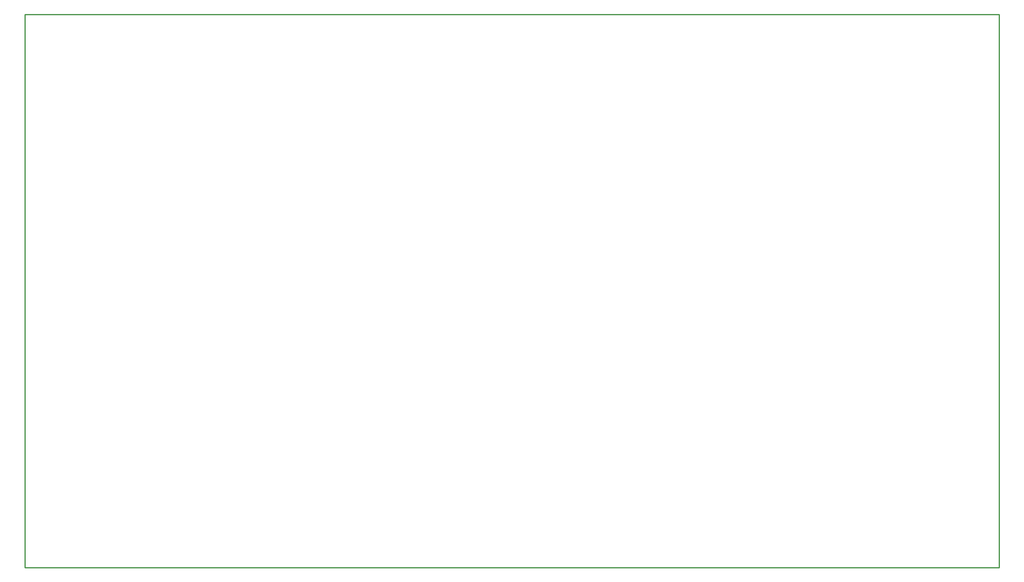
<source format=gko>
G04*
G04 #@! TF.GenerationSoftware,Altium Limited,Altium Designer,18.1.6 (161)*
G04*
G04 Layer_Color=16711935*
%FSLAX25Y25*%
%MOIN*%
G70*
G01*
G75*
%ADD13C,0.01000*%
D13*
X246000Y100000D02*
X1055000D01*
X246000D02*
X246000Y560000D01*
X1055000Y100000D02*
Y560000D01*
X246000D02*
X1055000D01*
M02*

</source>
